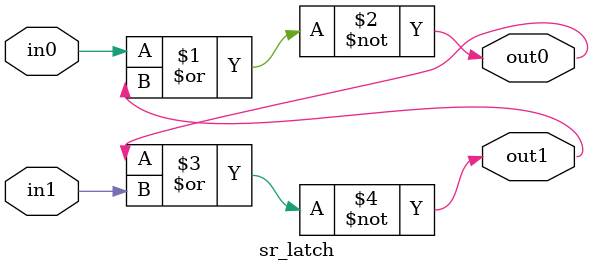
<source format=v>
`timescale 1ns / 1ps

module sr_latch(

    input in0,
    input in1,
    output out0,
    output out1
    );
    
    assign #1 out0 = ~(in0 | out1);
    assign #1 out1 = ~(out0 | in1);
    
endmodule

</source>
